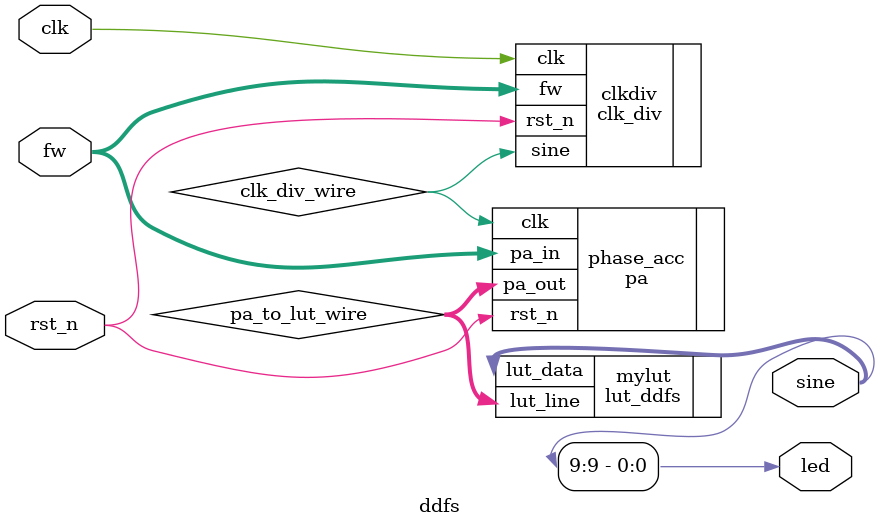
<source format=v>

`include "lut_ddfs.v"
`include "clk_div.v"
// `include "pa.v"
// synopsys translate_on


module ddfs
#(
    parameter      BIT_COUNT = 21,
    parameter      N = 9,
    parameter      M = 10
)
(
    input [N-1:0]  fw,
    input          clk,
    input          rst_n,
    output [M-1:0] sine,
    output         led
);


// intermediate wires //
wire  [N-1:0]     pa_to_lut_wire;
wire              clk_div_wire;

// instances //

clk_div #(
    .N(BIT_COUNT),
    .M(1)
)
clkdiv
(
    .fw (fw),
    .clk (clk),
    .rst_n(rst_n),
    .sine(clk_div_wire)
);



pa  #(.NBIT(N)) 
    phase_acc 
    (
    .clk    (clk_div_wire),
    .rst_n  (rst_n),
    .pa_in  (fw),
    .pa_out (pa_to_lut_wire)
    );





lut_ddfs #(
        .N(N),
        .M(M)
    )
    mylut
    (
        .lut_line (pa_to_lut_wire),
        .lut_data (sine)
    );

assign led = sine[M-1]; 

endmodule
</source>
